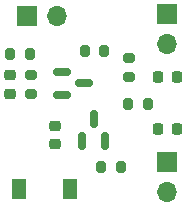
<source format=gbr>
%TF.GenerationSoftware,KiCad,Pcbnew,8.0.1*%
%TF.CreationDate,2024-05-12T21:11:43+05:30*%
%TF.ProjectId,PBSEQ-D2,50425345-512d-4443-922e-6b696361645f,0.1*%
%TF.SameCoordinates,Original*%
%TF.FileFunction,Soldermask,Top*%
%TF.FilePolarity,Negative*%
%FSLAX46Y46*%
G04 Gerber Fmt 4.6, Leading zero omitted, Abs format (unit mm)*
G04 Created by KiCad (PCBNEW 8.0.1) date 2024-05-12 21:11:43*
%MOMM*%
%LPD*%
G01*
G04 APERTURE LIST*
G04 Aperture macros list*
%AMRoundRect*
0 Rectangle with rounded corners*
0 $1 Rounding radius*
0 $2 $3 $4 $5 $6 $7 $8 $9 X,Y pos of 4 corners*
0 Add a 4 corners polygon primitive as box body*
4,1,4,$2,$3,$4,$5,$6,$7,$8,$9,$2,$3,0*
0 Add four circle primitives for the rounded corners*
1,1,$1+$1,$2,$3*
1,1,$1+$1,$4,$5*
1,1,$1+$1,$6,$7*
1,1,$1+$1,$8,$9*
0 Add four rect primitives between the rounded corners*
20,1,$1+$1,$2,$3,$4,$5,0*
20,1,$1+$1,$4,$5,$6,$7,0*
20,1,$1+$1,$6,$7,$8,$9,0*
20,1,$1+$1,$8,$9,$2,$3,0*%
G04 Aperture macros list end*
%ADD10RoundRect,0.200000X0.200000X0.275000X-0.200000X0.275000X-0.200000X-0.275000X0.200000X-0.275000X0*%
%ADD11RoundRect,0.200000X0.275000X-0.200000X0.275000X0.200000X-0.275000X0.200000X-0.275000X-0.200000X0*%
%ADD12R,1.700000X1.700000*%
%ADD13O,1.700000X1.700000*%
%ADD14RoundRect,0.150000X-0.587500X-0.150000X0.587500X-0.150000X0.587500X0.150000X-0.587500X0.150000X0*%
%ADD15RoundRect,0.218750X-0.218750X-0.256250X0.218750X-0.256250X0.218750X0.256250X-0.218750X0.256250X0*%
%ADD16RoundRect,0.200000X-0.200000X-0.275000X0.200000X-0.275000X0.200000X0.275000X-0.200000X0.275000X0*%
%ADD17RoundRect,0.225000X0.250000X-0.225000X0.250000X0.225000X-0.250000X0.225000X-0.250000X-0.225000X0*%
%ADD18R,1.150000X1.700000*%
%ADD19RoundRect,0.200000X-0.275000X0.200000X-0.275000X-0.200000X0.275000X-0.200000X0.275000X0.200000X0*%
%ADD20RoundRect,0.150000X0.150000X-0.587500X0.150000X0.587500X-0.150000X0.587500X-0.150000X-0.587500X0*%
G04 APERTURE END LIST*
D10*
%TO.C,R3*%
X139620000Y-96405000D03*
X137970000Y-96405000D03*
%TD*%
D11*
%TO.C,R5*%
X141740000Y-98605000D03*
X141740000Y-96955000D03*
%TD*%
D12*
%TO.C,J3*%
X133077500Y-93370000D03*
D13*
X135617500Y-93370000D03*
%TD*%
D12*
%TO.C,J1*%
X144980000Y-93270000D03*
D13*
X144980000Y-95810000D03*
%TD*%
D14*
%TO.C,Q1*%
X136017500Y-98156000D03*
X136017500Y-100056000D03*
X137892500Y-99106000D03*
%TD*%
D15*
%TO.C,D1*%
X144212500Y-98610000D03*
X145787500Y-98610000D03*
%TD*%
D16*
%TO.C,R2*%
X139380000Y-106185000D03*
X141030000Y-106185000D03*
%TD*%
D10*
%TO.C,R6*%
X143315000Y-100850000D03*
X141665000Y-100850000D03*
%TD*%
D12*
%TO.C,J2*%
X144980000Y-105770000D03*
D13*
X144980000Y-108310000D03*
%TD*%
D15*
%TO.C,D2*%
X144212500Y-103000000D03*
X145787500Y-103000000D03*
%TD*%
D16*
%TO.C,R4*%
X131680000Y-96605000D03*
X133330000Y-96605000D03*
%TD*%
D17*
%TO.C,C1*%
X131655000Y-99980000D03*
X131655000Y-98430000D03*
%TD*%
D18*
%TO.C,SW1*%
X136760000Y-108035000D03*
X132410000Y-108035000D03*
%TD*%
D19*
%TO.C,R1*%
X133425000Y-98380000D03*
X133425000Y-100030000D03*
%TD*%
D17*
%TO.C,C2*%
X135465000Y-104270000D03*
X135465000Y-102720000D03*
%TD*%
D20*
%TO.C,Q2*%
X137787000Y-103982500D03*
X139687000Y-103982500D03*
X138737000Y-102107500D03*
%TD*%
M02*

</source>
